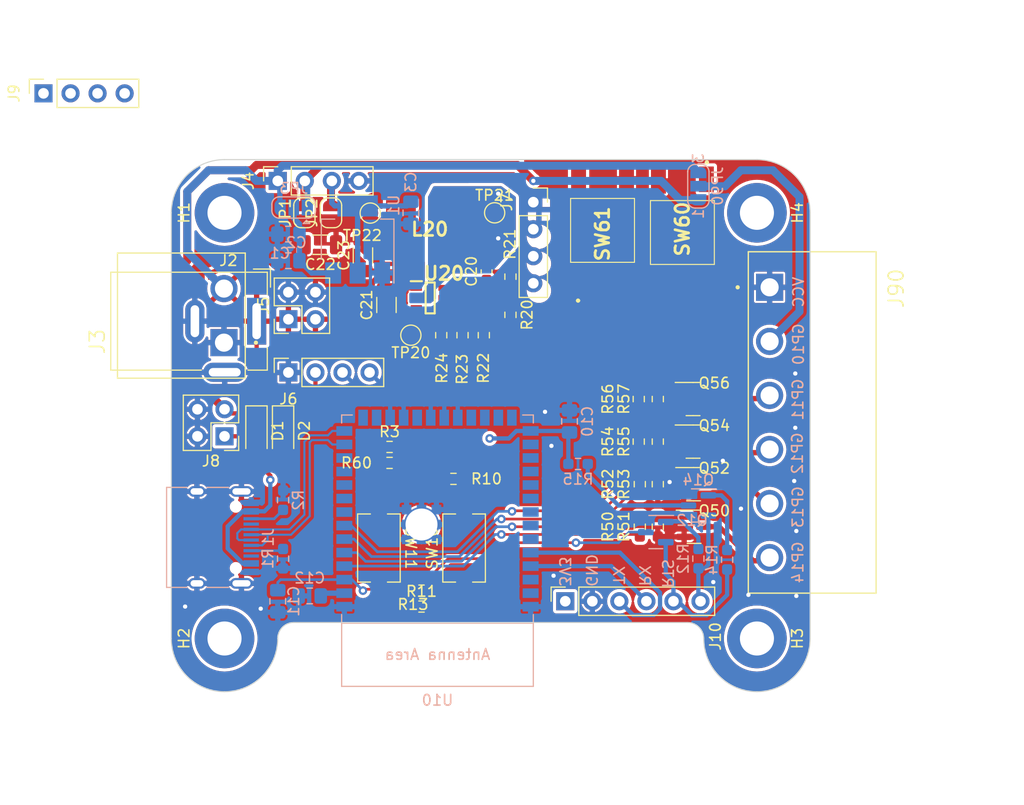
<source format=kicad_pcb>
(kicad_pcb (version 20221018) (generator pcbnew)
  (title_block (title "Starfish") (date "2023-01-30") (rev "A") (company "PaEber Electronics"))
  (layers (0 "F.Cu" signal) (31 "B.Cu" signal) (34 "B.Paste" user) (35 "F.Paste" user) (36 "B.SilkS" user "B.Silkscreen") (37 "F.SilkS" user "F.Silkscreen") (38 "B.Mask" user) (39 "F.Mask" user) (44 "Edge.Cuts" user))
  (net 0 "")
  (net 1 "GND")
  (net 2 "VBUS")
  (net 3 "Net-(U20-BST)")
  (net 4 "/USB_DP")
  (net 5 "Net-(J1-CC1)")
  (net 7 "Net-(J1-CC2)")
  (net 8 "/Power/SW_5V")
  (net 9 "+3V3")
  (net 10 "/CH1")
  (net 12 "/Power/V_REG")
  (net 13 "Net-(Q12-G)")
  (net 14 "Net-(Q12-D)")
  (net 15 "Net-(Q14-G)")
  (net 16 "Net-(Q14-D)")
  (net 17 "Net-(Q50-G)")
  (net 18 "Net-(Q52-G)")
  (net 19 "Net-(Q54-G)")
  (net 20 "Net-(Q56-G)")
  (net 21 "Net-(U20-EN)")
  (net 22 "/I2C_SCL")
  (net 23 "/I2C_SDA")
  (net 24 "/GPIO12")
  (net 25 "/GPIO13")
  (net 28 "+5V")
  (net 29 "/LED Driver/PWM1")
  (net 30 "/LED Driver/PWM2")
  (net 31 "/LED Driver/PWM3")
  (net 32 "/LED Driver/PWM4")
  (net 36 "/CH2")
  (net 37 "/CH3")
  (net 38 "/CH4")
  (net 39 "VCC")
  (net 41 "Net-(R22-Pad2)")
  (net 42 "/Power/FB_5V")
  (net 45 "/GPIO14")
  (net 47 "/GPIO0")
  (net 48 "/CHIP_PU")
  (net 49 "/TXD")
  (net 52 "/RXD")
  (net 53 "/RTS")
  (net 54 "/DTR")
  (net 61 "Net-(J90-Pin_2)")
  (net 63 "/VIN_LIN")
  (net 64 "/USB_DN")
  (net 65 "/BTN_2")
  (net 66 "/BTN_1")
  (footprint "paeber:13019319" (layer "F.Cu") (at 168 66 -90)
    (fp_text reference "SW60")
    (fp_text value "1301.9315" hide)
  )
  (footprint "Connector_PinHeader_2.54mm:PinHeader_2x02_P2.54mm_Vertical" (layer "F.Cu") (at 125 86 180)
    (fp_text reference "J8")
    (fp_text value "Conn_02x02_Odd_Even")
  )
  (footprint "Button_Switch_SMD:SW_Tactile_SPST_NO_Straight_CK_PTS636Sx25SMTRLFS" (layer "F.Cu") (at 147.5 96.5 90)
    (fp_text reference "SW10")
    (fp_text value "PTS636SK25")
  )
  (footprint "TestPoint:TestPoint_Pad_D1.5mm" (layer "F.Cu") (at 138.684 65.024)
    (fp_text reference "TP22")
    (fp_text value "TestPoint")
  )
  (footprint "Resistor_SMD:R_0603_1608Metric_Pad0.98x0.95mm_HandSolder" (layer "F.Cu") (at 165.689997 82.5 90)
    (fp_text reference "R57")
    (fp_text value "10k")
  )
  (footprint "Capacitor_SMD:C_0603_1608Metric_Pad1.08x0.95mm_HandSolder" (layer "F.Cu") (at 149.612 70.500001 90)
    (fp_text reference "C20")
    (fp_text value "100n")
  )
  (footprint "Capacitor_SMD:C_1206_3216Metric" (layer "F.Cu") (at 134 68 180)
    (fp_text reference "C22")
    (fp_text value "22u")
  )
  (footprint "MountingHole:MountingHole_3.2mm_M3_DIN965_Pad_TopBottom" (layer "F.Cu") (at 125 65 90)
    (fp_text reference "H1")
    (fp_text value "MountingHole")
  )
  (footprint "Resistor_SMD:R_0603_1608Metric_Pad0.98x0.95mm_HandSolder" (layer "F.Cu") (at 149.352 76.5 -90)
    (fp_text reference "R22")
    (fp_text value "27k")
  )
  (footprint "paeber:13019319" (layer "F.Cu") (at 160.5 67.5 90)
    (fp_text reference "SW61")
    (fp_text value "1301.9315" hide)
  )
  (footprint "MountingHole:MountingHole_3.2mm_M3_DIN965_Pad_TopBottom" (layer "F.Cu") (at 175 105 -90)
    (fp_text reference "H3")
    (fp_text value "MountingHole")
  )
  (footprint "Package_TO_SOT_SMD:SOT-23" (layer "F.Cu") (at 169.1 94.5)
    (fp_text reference "Q50")
    (fp_text value "PMV40UN2R")
  )
  (footprint "paeber:CUI_TBP01R1-508-06BE" (layer "F.Cu") (at 176.189997 72 -90)
    (fp_text reference "J90")
    (fp_text value "Screw_Terminal_01x06")
  )
  (footprint "Connector_PinHeader_2.54mm:PinHeader_2x02_P2.54mm_Vertical" (layer "F.Cu") (at 131 75 90)
    (fp_text reference "J5")
    (fp_text value "Conn_02x02_Odd_Even")
  )
  (footprint "Package_TO_SOT_SMD:SOT-23" (layer "F.Cu") (at 169 82.5)
    (fp_text reference "Q56")
    (fp_text value "PMV40UN2R")
  )
  (footprint "Resistor_SMD:R_0603_1608Metric_Pad0.98x0.95mm_HandSolder" (layer "F.Cu") (at 164 94.5 90)
    (fp_text reference "R50")
    (fp_text value "330")
  )
  (footprint "Resistor_SMD:R_0603_1608Metric_Pad0.98x0.95mm_HandSolder" (layer "F.Cu") (at 151.852 74.587501 90)
    (fp_text reference "R20")
    (fp_text value "100k")
  )
  (footprint "Diode_SMD:D_SOD-123" (layer "F.Cu") (at 130.5 85.5 -90)
    (fp_text reference "D2")
    (fp_text value "PMEG60T10ELRX")
  )
  (footprint "Resistor_SMD:R_0603_1608Metric_Pad0.98x0.95mm_HandSolder" (layer "F.Cu") (at 151.852 71.000001 90)
    (fp_text reference "R21")
    (fp_text value "27k")
  )
  (footprint "Package_TO_SOT_SMD:SOT-23" (layer "F.Cu") (at 169.05 90.5)
    (fp_text reference "Q52")
    (fp_text value "PMV40UN2R")
  )
  (footprint "Connector_PinSocket_2.54mm:PinSocket_1x04_P2.54mm_Vertical" (layer "F.Cu") (at 131 80 90)
    (fp_text reference "J6")
    (fp_text value "Conn_01x04")
  )
  (footprint "MountingHole:MountingHole_3.2mm_M3_DIN965_Pad_TopBottom" (layer "F.Cu") (at 175 65 -90)
    (fp_text reference "H4")
    (fp_text value "MountingHole")
  )
  (footprint "paeber:CUI_TBP01R1-508-02BE" (layer "F.Cu") (at 124.9495 77.2 90)
    (fp_text reference "J3")
    (fp_text value "Screw_Terminal_01x02")
  )
  (footprint "Resistor_SMD:R_0603_1608Metric_Pad0.98x0.95mm_HandSolder" (layer "F.Cu") (at 165.689997 94.5 90)
    (fp_text reference "R51")
    (fp_text value "10k")
  )
  (footprint "Resistor_SMD:R_0603_1608Metric_Pad0.98x0.95mm_HandSolder" (layer "F.Cu") (at 165.689997 90.5 90)
    (fp_text reference "R53")
    (fp_text value "10k")
  )
  (footprint "paeber:XAL6030182MEB-HandSolder" (layer "F.Cu") (at 144.272 66.548 180)
    (fp_text reference "L20")
    (fp_text value "3u3" hide)
  )
  (footprint "TestPoint:TestPoint_Pad_D1.5mm" (layer "F.Cu") (at 142.5 76.5 180)
    (fp_text reference "TP20")
    (fp_text value "TestPoint")
  )
  (footprint "Connector_PinSocket_2.54mm:PinSocket_1x04_P2.54mm_Vertical" (layer "F.Cu") (at 130 62 90)
    (fp_text reference "J4")
    (fp_text value "Conn_01x04")
  )
  (footprint "Resistor_SMD:R_0603_1608Metric_Pad0.98x0.95mm_HandSolder" (layer "F.Cu") (at 163.899997 82.5 90)
    (fp_text reference "R56")
    (fp_text value "330")
  )
  (footprint "Resistor_SMD:R_0603_1608Metric_Pad0.98x0.95mm_HandSolder" (layer "F.Cu") (at 147.352 76.5 -90)
    (fp_text reference "R23")
    (fp_text value "27k")
  )
  (footprint "Resistor_SMD:R_0603_1608Metric_Pad0.98x0.95mm_HandSolder" (layer "F.Cu") (at 140.5 87)
    (fp_text reference "R3")
    (fp_text value "10k")
  )
  (footprint "Resistor_SMD:R_0603_1608Metric_Pad0.98x0.95mm_HandSolder" (layer "F.Cu") (at 165.689997 86.5 90)
    (fp_text reference "R55")
    (fp_text value "10k")
  )
  (footprint "Capacitor_SMD:C_1206_3216Metric" (layer "F.Cu") (at 138 69 -90)
    (fp_text reference "C23")
    (fp_text value "22u")
  )
  (footprint "Connector_BarrelJack:BarrelJack_Wuerth_6941xx301002" (layer "F.Cu") (at 128.016 75.184 -90)
    (fp_text reference "J2")
    (fp_text value "Barrel_Jack_Switch")
  )
  (footprint "Connector_PinSocket_2.54mm:PinSocket_1x06_P2.54mm_Vertical" (layer "F.Cu") (at 156.999997 101.500001 90)
    (fp_text reference "J10")
    (fp_text value "UartBridge")
  )
  (footprint "Capacitor_SMD:C_1206_3216Metric" (layer "F.Cu") (at 140.208 73.66 90)
    (fp_text reference "C21")
    (fp_text value "10u")
  )
  (footprint "TestPoint:TestPoint_Pad_D1.5mm" (layer "F.Cu") (at 150.368 65.000001)
    (fp_text reference "TP21")
    (fp_text value "TestPoint")
  )
  (footprint "Resistor_SMD:R_0603_1608Metric_Pad0.98x0.95mm_HandSolder" (layer "F.Cu") (at 145.352 76.5 90)
    (fp_text reference "R24")
    (fp_text value "10k")
  )
  (footprint "Resistor_SMD:R_0603_1608Metric_Pad0.98x0.95mm_HandSolder" (layer "F.Cu") (at 143.5 100.5)
    (fp_text reference "R13")
    (fp_text value "0")
  )
  (footprint "Connector_PinSocket_2.54mm:PinSocket_1x04_P2.54mm_Vertical" (layer "F.Cu") (at 154 64)
    (fp_text reference "J7")
    (fp_text value "Conn_01x04")
  )
  (footprint "Jumper:SolderJumper-2_P1.3mm_Open_RoundedPad1.0x1.5mm" (layer "F.Cu") (at 135 65 90)
    (fp_text reference "JP2")
    (fp_text value "SolderJumper_2_Open")
  )
  (footprint "Resistor_SMD:R_0603_1608Metric_Pad0.98x0.95mm_HandSolder" (layer "F.Cu") (at 140.5 88.5)
    (fp_text reference "R60")
    (fp_text value "10k")
  )
  (footprint "MountingHole:MountingHole_3.2mm_M3_DIN965_Pad_TopBottom" (layer "F.Cu") (at 125 105 90)
    (fp_text reference "H2")
    (fp_text value "MountingHole")
  )
  (footprint "Connector_PinSocket_2.54mm:PinSocket_1x04_P2.54mm_Vertical" (layer "F.Cu") (at 108 53.775 90)
    (fp_text reference "J9")
    (fp_text value "Conn_01x04")
  )
  (footprint "Button_Switch_SMD:SW_Tactile_SPST_NO_Straight_CK_PTS636Sx25SMTRLFS" (layer "F.Cu") (at 139.5 96.5 -90)
    (fp_text reference "SW11")
    (fp_text value "PTS636SK25")
  )
  (footprint "Resistor_SMD:R_0603_1608Metric_Pad0.98x0.95mm_HandSolder" (layer "F.Cu") (at 164 90.5 90)
    (fp_text reference "R52")
    (fp_text value "330")
  )
  (footprint "paeber:TSOT-26" (layer "F.Cu") (at 144.312 73)
    (fp_text reference "U20")
    (fp_text value "AP62301WU-7" hide)
  )
  (footprint "Jumper:SolderJumper-2_P1.3mm_Open_RoundedPad1.0x1.5mm" (layer "F.Cu") (at 132.5 65 90)
    (fp_text reference "JP1")
    (fp_text value "SolderJumper_2_Open")
  )
  (footprint "Resistor_SMD:R_0603_1608Metric_Pad0.98x0.95mm_HandSolder" (layer "F.Cu") (at 146.5 90 180)
    (fp_text reference "R10")
    (fp_text value "10k")
  )
  (footprint "Package_TO_SOT_SMD:SOT-23" (layer "F.Cu") (at 169 86.5)
    (fp_text reference "Q54")
    (fp_text value "PMV40UN2R")
  )
  (footprint "Diode_SMD:D_SOD-123" (layer "F.Cu") (at 128 85.5 -90)
    (fp_text reference "D1")
    (fp_text value "PMEG60T10ELRX")
  )
  (footprint "Resistor_SMD:R_0603_1608Metric_Pad0.98x0.95mm_HandSolder" (layer "F.Cu") (at 163.899997 86.5 90)
    (fp_text reference "R54")
    (fp_text value "330")
  )
  (footprint "Resistor_SMD:R_0603_1608Metric_Pad0.98x0.95mm_HandSolder" (layer "F.Cu") (at 143.5 102)
    (fp_text reference "R11")
    (fp_text value "10k")
  )
  (footprint "Package_TO_SOT_SMD:SOT-223-3_TabPin2" (layer "B.Cu") (at 137.5 67.5 90)
    (fp_text reference "U1")
    (fp_text value "LM1117-3.3")
  )
  (footprint "Capacitor_SMD:C_0805_2012Metric_Pad1.18x1.45mm_HandSolder" (layer "B.Cu") (at 133 101 180)
    (fp_text reference "C12")
    (fp_text value "100n")
  )
  (footprint "Resistor_SMD:R_0603_1608Metric_Pad0.98x0.95mm_HandSolder" (layer "B.Cu") (at 130.5 97.5 -90)
    (fp_text reference "R1")
    (fp_text value "5k11")
  )
  (footprint "Jumper:SolderJumper-3_P1.3mm_Open_RoundedPad1.0x1.5mm" (layer "B.Cu") (at 131.5 64.5 180)
    (fp_text reference "JP3")
    (fp_text value "SolderJumper_3_Open")
  )
  (footprint "Connector_USB:USB_C_Receptacle_HRO_TYPE-C-31-M-12" (layer "B.Cu") (at 123.459997 95.500001 90)
    (fp_text reference "J1")
    (fp_text value "USB4105-GF-A-120")
  )
  (footprint "Capacitor_SMD:C_0805_2012Metric_Pad1.18x1.45mm_HandSolder" (layer "B.Cu") (at 131 69.5 180)
    (fp_text reference "C2")
    (fp_text value "10")
  )
  (footprint "Resistor_SMD:R_0603_1608Metric_Pad0.98x0.95mm_HandSolder" (layer "B.Cu") (at 172.199997 97.600001 -90)
    (fp_text reference "R14")
    (fp_text value "10k")
  )
  (footprint "Capacitor_SMD:C_0805_2012Metric_Pad1.18x1.45mm_HandSolder" (layer "B.Cu") (at 131 67 180)
    (fp_text reference "C1")
    (fp_text value "1u")
  )
  (footprint "Jumper:SolderJumper-3_P1.3mm_Open_RoundedPad1.0x1.5mm_NumberLabels" (layer "B.Cu") (at 169.5 62.5 90)
    (fp_text reference "JP90")
    (fp_text value "12V 5V")
  )
  (footprint "Package_TO_SOT_SMD:SOT-23" (layer "B.Cu") (at 169.499997 92.500001 180)
    (fp_text reference "Q14")
    (fp_text value "BSS138")
  )
  (footprint "Capacitor_SMD:C_0805_2012Metric_Pad1.18x1.45mm_HandSolder" (layer "B.Cu") (at 157.4 84.6 90)
    (fp_text reference "C10")
    (fp_text value "100n")
  )
  (footprint "Capacitor_SMD:C_0805_2012Metric_Pad1.18x1.45mm_HandSolder" (layer "B.Cu") (at 130 101.5 -90)
    (fp_text reference "C11")
    (fp_text value "100n")
  )
  (footprint "Resistor_SMD:R_0603_1608Metric_Pad0.98x0.95mm_HandSolder" (layer "B.Cu") (at 169.499997 97.500001 -90)
    (fp_text reference "R12")
    (fp_text value "10k")
  )
  (footprint "Resistor_SMD:R_0603_1608Metric_Pad0.98x0.95mm_HandSolder" (layer "B.Cu") (at 158.199997 88.6)
    (fp_text reference "R15")
    (fp_text value "0")
  )
  (footprint "Capacitor_SMD:C_0805_2012Metric_Pad1.18x1.45mm_HandSolder" (layer "B.Cu") (at 142.5 65 -90)
    (fp_text reference "C3")
    (fp_text value "1u")
  )
  (footprint "Espressif:ESP32-S3-WROOM-1" (layer "B.Cu") (at 144.999997 93.750001)
    (fp_text reference "U10")
    (fp_text value "ESP32-S3-WROOM-1")
  )
  (footprint "Resistor_SMD:R_0603_1608Metric_Pad0.98x0.95mm_HandSolder" (layer "B.Cu") (at 130.499997 92.000001 90)
    (fp_text reference "R2")
    (fp_text value "5k11")
  )
  (footprint "Package_TO_SOT_SMD:SOT-23" (layer "B.Cu") (at 165.5 95 180)
    (fp_text reference "Q12")
    (fp_text value "BSS138")
  )
  (gr_line (start 131.499997 103.500001) (end 168.499997 103.500001) (stroke (width 0.1)) (layer "Edge.Cuts"))
  (gr_line (start 119.999997 65.000001) (end 119.999997 105.000001) (stroke (width 0.1)) (layer "Edge.Cuts"))
  (gr_arc (start 129.999997 105.000001) (mid 128.535531 108.535535) (end 124.999997 110.000001) (stroke (width 0.1)) (layer "Edge.Cuts"))
  (gr_line (start 179.999997 105.000001) (end 179.999997 65.000001) (stroke (width 0.1)) (layer "Edge.Cuts"))
  (gr_arc (start 179.999997 105.000001) (mid 178.535531 108.535535) (end 174.999997 110.000001) (stroke (width 0.1)) (layer "Edge.Cuts"))
  (gr_line (start 174.999997 60.000001) (end 124.999997 60.000001) (stroke (width 0.1)) (layer "Edge.Cuts"))
  (gr_arc (start 119.999997 65.000001) (mid 121.464463 61.464467) (end 124.999997 60.000001) (stroke (width 0.1)) (layer "Edge.Cuts"))
  (gr_arc (start 168.499997 103.500001) (mid 169.560659 103.93934) (end 170 105.000001) (stroke (width 0.1)) (layer "Edge.Cuts"))
  (gr_arc (start 124.999997 110.000001) (mid 121.464463 108.535535) (end 119.999997 105.000001) (stroke (width 0.1)) (layer "Edge.Cuts"))
  (gr_arc (start 175 110.000001) (mid 171.464466 108.535535) (end 170 105.000001) (stroke (width 0.1)) (layer "Edge.Cuts"))
  (gr_arc (start 129.999997 105.000001) (mid 130.439337 103.939341) (end 131.499997 103.500001) (stroke (width 0.1)) (layer "Edge.Cuts"))
  (gr_arc (start 174.999997 60.000001) (mid 178.535531 61.464467) (end 179.999997 65.000001) (stroke (width 0.1)) (layer "Edge.Cuts"))
  (gr_text "RTS" (at 166.6 98.9 270) (layer "B.SilkS") (effects (font (size 1 1)) (justify mirror)))
  (gr_text "VCC" (at 178.9 72.45 90) (layer "B.SilkS") (effects (font (size 1 1)) (justify mirror)))
  (gr_text "GP14" (at 178.85 97.85 90) (layer "B.SilkS") (effects (font (size 1 1)) (justify mirror)))
  (gr_text "3V3" (at 156.95 98.7 270) (layer "B.SilkS") (effects (font (size 1 1)) (justify mirror)))
  (gr_text "GP12" (at 178.8 87.6 90) (layer "B.SilkS") (effects (font (size 1 1)) (justify mirror)))
  (gr_text "TX" (at 162 99.05 270) (layer "B.SilkS") (effects (font (size 1 1)) (justify mirror)))
  (gr_text "GP10" (at 178.9 77.35 90) (layer "B.SilkS") (effects (font (size 1 1)) (justify mirror)))
  (gr_text "GP13" (at 178.85 92.65 90) (layer "B.SilkS") (effects (font (size 1 1)) (justify mirror)))
  (gr_text "GND" (at 159.45 98.6 270) (layer "B.SilkS") (effects (font (size 1 1)) (justify mirror)))
  (gr_text "GP11" (at 178.85 82.55 90) (layer "B.SilkS") (effects (font (size 1 1)) (justify mirror)))
  (gr_text "RX" (at 164.45 99.1 270) (layer "B.SilkS") (effects (font (size 1 1)) (justify mirror)))
  (segment (start 168.025 87.4125) (end 168.0625 87.45) (width 0.4) (layer "F.Cu") (net 1))
  (segment (start 166.819997 90.320001) (end 166.799997 90.300001) (width 0.4) (layer "F.Cu") (net 1))
  (segment (start 165.727497 91.220001) (end 165.689997 91.182501) (width 0.4) (layer "F.Cu") (net 1))
  (segment (start 168.0625 83.45) (end 168.025 83.4125) (width 0.4) (layer "F.Cu") (net 1))
  (segment (start 165.689997 95.4125) (end 165.929998 95.652501) (width 0.4) (layer "F.Cu") (net 1))
  (via (at 178.7 94.9) (size 0.8) (drill 0.4) (layers "F.Cu" "B.Cu") (net 1))
  (via (at 155.9 99.1) (size 0.8) (drill 0.4) (layers "F.Cu" "B.Cu") (net 1))
  (via (at 178.6 85.2) (size 0.8) (drill 0.4) (layers "F.Cu" "B.Cu") (net 1))
  (via (at 166.799997 90.300001) (size 0.8) (drill 0.4) (layers "F.Cu" "B.Cu") (net 1))
  (via (at 171.8 88.3) (size 0.8) (drill 0.4) (layers "F.Cu" "B.Cu") (net 1))
  (via (at 178.5 90.2) (size 0.8) (drill 0.4) (layers "F.Cu" "B.Cu") (net 1))
  (via (at 128.4 102.2) (size 0.8) (drill 0.4) (layers "F.Cu" "B.Cu") (net 1))
  (via (at 178.6 80.1) (size 0.8) (drill 0.4) (layers "F.Cu" "B.Cu") (net 1))
  (via (at 155.7 86.9) (size 0.8) (drill 0.4) (layers "F.Cu" "B.Cu") (net 1))
  (via (at 173.5 92.8) (size 0.8) (drill 0.4) (layers "F.Cu" "B.Cu") (net 1))
  (via (at 121.3 102) (size 0.8) (drill 0.4) (layers "F.Cu" "B.Cu") (net 1))
  (via (at 155.1 83.7) (size 0.8) (drill 0.4) (layers "F.Cu" "B.Cu") (net 1))
  (via (at 178.7 101) (size 0.8) (drill 0.4) (layers "F.Cu" "B.Cu") (net 1))
  (via (at 174.2 100.9) (size 0.8) (drill 0.4) (layers "F.Cu" "B.Cu") (net 1))
  (via (at 170.9 99.7) (size 0.8) (drill 0.4) (layers "F.Cu" "B.Cu") (net 1))
  (segment (start 142.099997 94.290001) (end 143.499997 94.290001) (width 0.4) (layer "B.Cu") (net 1))
  (segment (start 128.399997 91.200001) (end 126.609997 91.200001) (width 0.4) (layer "B.Cu") (net 1))
  (segment (start 128.299997 92.200001) (end 128.599997 91.900001) (width 0.4) (layer "B.Cu") (net 1))
  (segment (start 127.554997 92.200001) (end 128.299997 92.200001) (width 0.4) (layer "B.Cu") (net 1))
  (segment (start 127.504997 92.250001) (end 127.554997 92.200001) (width 0.4) (layer "B.Cu") (net 1))
  (segment (start 126.609997 91.200001) (end 126.589997 91.180001) (width 0.4) (layer "B.Cu") (net 1))
  (segment (start 143.499997 94.290001) (end 144.899997 94.290001) (width 0.4) (layer "B.Cu") (net 1))
  (segment (start 128.599997 91.900001) (end 128.599997 91.400001) (width 0.4) (layer "B.Cu") (net 1))
  (segment (start 143.499997 94.290001) (end 143.499997 95.690001) (width 0.4) (layer "B.Cu") (net 1))
  (segment (start 143.499997 92.890001) (end 143.499997 94.290001) (width 0.4) (layer "B.Cu") (net 1))
  (segment (start 128.599997 91.400001) (end 128.399997 91.200001) (width 0.4) (layer "B.Cu") (net 1))
  (segment (start 129.299997 89.700003) (end 128 88.400006) (width 0.4) (layer "F.Cu") (net 2))
  (segment (start 128 88.400006) (end 128 87.15) (width 0.4) (layer "F.Cu") (net 2))
  (segment (start 129.299997 90.100001) (end 129.299997 89.700003) (width 0.4) (layer "F.Cu") (net 2))
  (segment (start 128 87.15) (end 130.5 87.15) (width 0.4) (layer "F.Cu") (net 2))
  (via (at 129.299997 90.100001) (size 0.8) (drill 0.4) (layers "F.Cu" "B.Cu") (net 2))
  (segment (start 127.504997 93.050001) (end 126.715336 93.050001) (width 0.4) (layer "B.Cu") (net 2))
  (segment (start 129.099997 92.700001) (end 129.299997 92.500001) (width 0.4) (layer "B.Cu") (net 2))
  (segment (start 125.299997 94.46534) (end 125.299997 96.534662) (width 0.4) (layer "B.Cu") (net 2))
  (segment (start 128.749997 93.050001) (end 129.099997 92.700001) (width 0.4) (layer "B.Cu") (net 2))
  (segment (start 129.299997 92.500001) (end 129.299997 90.100001) (width 0.4) (layer "B.Cu") (net 2))
  (segment (start 126.715336 93.050001) (end 125.299997 94.46534) (width 0.4) (layer "B.Cu") (net 2))
  (segment (start 126.715336 97.950001) (end 127.504997 97.950001) (width 0.4) (layer "B.Cu") (net 2))
  (segment (start 127.504997 93.050001) (end 128.749997 93.050001) (width 0.4) (layer "B.Cu") (net 2))
  (segment (start 125.299997 96.534662) (end 126.715336 97.950001) (width 0.4) (layer "B.Cu") (net 2))
  (segment (start 148.2495 71.362501) (end 147.302 72.310001) (width 0.4) (layer "F.Cu") (net 3))
  (segment (start 149.612 71.362501) (end 148.2495 71.362501) (width 0.4) (layer "F.Cu") (net 3))
  (segment (start 147.302 72.310001) (end 145.6195 72.310001) (width 0.4) (layer "F.Cu") (net 3))
  (segment (start 134.714996 85.910001) (end 133.089999 85.910001) (width 0.2) (layer "B.Cu") (net 4))
  (segment (start 127.504997 95.750001) (end 126.349997 95.750001) (width 0.2) (layer "B.Cu") (net 4))
  (segment (start 126.199997 95.600001) (end 126.199997 95.100001) (width 0.2) (layer "B.Cu") (net 4))
  (segment (start 136.249997 85.500001) (end 135.124996 85.500001) (width 0.2) (layer "B.Cu") (net 4))
  (segment (start 131.114279 94.750001) (end 132.499997 93.364283) (width 0.2) (layer "B.Cu") (net 4))
  (segment (start 126.349997 95.750001) (end 126.199997 95.600001) (width 0.2) (layer "B.Cu") (net 4))
  (segment (start 135.124996 85.500001) (end 134.714996 85.910001) (width 0.2) (layer "B.Cu") (net 4))
  (segment (start 133.089999 85.910001) (end 132.499997 86.500003) (width 0.2) (layer "B.Cu") (net 4))
  (segment (start 127.504997 94.750001) (end 131.114279 94.750001) (width 0.2) (layer "B.Cu") (net 4))
  (segment (start 126.549997 94.750001) (end 127.504997 94.750001) (width 0.2) (layer "B.Cu") (net 4))
  (segment (start 132.499997 86.500003) (end 132.499997 93.364283) (width 0.2) (layer "B.Cu") (net 4))
  (segment (start 126.199997 95.100001) (end 126.549997 94.750001) (width 0.2) (layer "B.Cu") (net 4))
  (segment (start 127.504997 96.750001) (end 130.337499 96.750001) (width 0.25) (layer "B.Cu") (net 5))
  (segment (start 130.337499 96.750001) (end 130.5 96.5875) (width 0.25) (layer "B.Cu") (net 5))
  (segment (start 129.662497 93.750001) (end 130.499997 92.912501) (width 0.25) (layer "B.Cu") (net 7))
  (segment (start 127.504997 93.750001) (end 129.662497 93.750001) (width 0.25) (layer "B.Cu") (net 7))
  (via (at 150.7 67.4) (size 0.8) (drill 0.4) (layers "F.Cu" "B.Cu") (net 8))
  (via (at 150.7 63.2) (size 0.8) (drill 0.4) (layers "F.Cu" "B.Cu") (net 8))
  (segment (start 133.54 82.96) (end 133.54 80) (width 0.4) (layer "F.Cu") (net 9))
  (segment (start 130.5 86) (end 133.54 82.96) (width 0.4) (layer "F.Cu") (net 9))
  (segment (start 135 62.08) (end 135.08 62) (width 0.75) (layer "F.Cu") (net 9))
  (segment (start 135 64.35) (end 135 62.08) (width 0.75) (layer "F.Cu") (net 9))
  (segment (start 125 86) (end 130.5 86) (width 0.4) (layer "F.Cu") (net 9))
  (segment (start 136.249997 100.740001) (end 134.297499 100.740001) (width 0.5) (layer "B.Cu") (net 9))
  (segment (start 135.35 64.35) (end 135.08 64.08) (width 0.5) (layer "B.Cu") (net 9))
  (segment (start 135.08 64.08) (end 135.08 62) (width 0.5) (layer "B.Cu") (net 9))
  (segment (start 137.5 64.35) (end 142.1125 64.35) (width 0.5) (layer "B.Cu") (net 9))
  (segment (start 137.5 70.65) (end 137.5 64.35) (width 0.5) (layer "B.Cu") (net 9))
  (segment (start 134.297499 100.740001) (end 134.0375 101) (width 0.5) (layer "B.Cu") (net 9))
  (segment (start 137.5 64.35) (end 135.35 64.35) (width 0.5) (layer "B.Cu") (net 9))
  (segment (start 142.1125 64.35) (end 142.5 63.9625) (width 0.5) (layer "B.Cu") (net 9))
  (segment (start 151.0005 95.225) (end 163.8125 95.225) (width 0.25) (layer "F.Cu") (net 10))
  (segment (start 151 95.2245) (end 151.0005 95.225) (width 0.25) (layer "F.Cu") (net 10))
  (segment (start 163.8125 95.225) (end 164 95.4125) (width 0.25) (layer "F.Cu") (net 10))
  (via (at 151 95.2245) (size 0.8) (drill 0.4) (layers "F.Cu" "B.Cu") (net 10))
  (segment (start 151 95.2245) (end 150.411896 95.2245) (width 0.25) (layer "B.Cu") (net 10))
  (segment (start 150.411896 95.2245) (end 147.436395 98.200001) (width 0.25) (layer "B.Cu") (net 10))
  (segment (start 147.436395 98.200001) (end 136.249997 98.200001) (width 0.25) (layer "B.Cu") (net 10))
  (segment (start 168 94) (end 166.4875 94) (width 0.4) (layer "B.Cu") (net 13))
  (segment (start 169.499997 96.587501) (end 169.499997 95.499997) (width 0.4) (layer "B.Cu") (net 13))
  (segment (start 166.4875 94) (end 166.4375 94.05) (width 0.4) (layer "B.Cu") (net 13))
  (segment (start 169.499997 95.499997) (end 168 94) (width 0.4) (layer "B.Cu") (net 13))
  (segment (start 144.4125 100.5) (end 144.4125 99.0875) (width 0.25) (layer "F.Cu") (net 14))
  (segment (start 150 97.5) (end 151.5 96) (width 0.25) (layer "F.Cu") (net 14))
  (segment (start 146 97.5) (end 150 97.5) (width 0.25) (layer "F.Cu") (net 14))
  (segment (start 151.5 96) (end 158 96) (width 0.25) (layer "F.Cu") (net 14))
  (segment (start 144.4125 99.0875) (end 146 97.5) (width 0.25) (layer "F.Cu") (net 14))
  (via (at 158 96) (size 0.8) (drill 0.4) (layers "F.Cu" "B.Cu") (net 14))
  (segment (start 162 96) (end 163 95) (width 0.25) (layer "B.Cu") (net 14))
  (segment (start 158 96) (end 162 96) (width 0.25) (layer "B.Cu") (net 14))
  (segment (start 163 95) (end 164.5625 95) (width 0.25) (layer "B.Cu") (net 14))
  (segment (start 172.199997 92.100001) (end 171.649997 91.550001) (width 0.4) (layer "B.Cu") (net 15))
  (segment (start 171.649997 91.550001) (end 170.437497 91.550001) (width 0.4) (layer "B.Cu") (net 15))
  (segment (start 172.199997 96.687501) (end 172.199997 92.100001) (width 0.4) (layer "B.Cu") (net 15))
  (segment (start 159.112497 88.6) (end 159.112497 89.612501) (width 0.4) (layer "B.Cu") (net 16))
  (segment (start 161.999997 92.500001) (end 168.562497 92.500001) (width 0.4) (layer "B.Cu") (net 16))
  (segment (start 159.112497 89.612501) (end 161.999997 92.500001) (width 0.4) (layer "B.Cu") (net 16))
  (segment (start 165.689997 93.5875) (end 164 93.5875) (width 0.4) (layer "F.Cu") (net 17))
  (segment (start 168.1625 93.55) (end 168.125 93.5875) (width 0.4) (layer "F.Cu") (net 17))
  (segment (start 168.125 93.5875) (end 165.689997 93.5875) (width 0.4) (layer "F.Cu") (net 17))
  (segment (start 165.647497 89.400001) (end 165.689997 89.357501) (width 0.4) (layer "F.Cu") (net 18))
  (segment (start 165.727497 85.55) (end 165.689997 85.5875) (width 0.4) (layer "F.Cu") (net 19))
  (segment (start 165.689997 85.5875) (end 163.899997 85.5875) (width 0.4) (layer "F.Cu") (net 19))
  (segment (start 168.0625 85.55) (end 165.727497 85.55) (width 0.4) (layer "F.Cu") (net 19))
  (segment (start 165.689997 81.5875) (end 168.025 81.5875) (width 0.4) (layer "F.Cu") (net 20))
  (segment (start 163.899997 81.5875) (end 165.689997 81.5875) (width 0.4) (layer "F.Cu") (net 20))
  (segment (start 168.025 81.5875) (end 168.0625 81.55) (width 0.4) (layer "F.Cu") (net 20))
  (segment (start 145.6195 73.260001) (end 149.872 73.260001) (width 0.4) (layer "F.Cu") (net 21))
  (segment (start 149.872 73.260001) (end 150.287 73.675001) (width 0.4) (layer "F.Cu") (net 21))
  (segment (start 151.852 73.675001) (end 151.852 71.912501) (width 0.4) (layer "F.Cu") (net 21))
  (segment (start 150.287 73.675001) (end 151.852 73.675001) (width 0.4) (layer "F.Cu") (net 21))
  (segment (start 140.554997 84.250001) (end 140.554997 83.054997) (width 0.4) (layer "B.Cu") (net 22))
  (segment (start 139.5 82) (end 138.08 82) (width 0.4) (layer "B.Cu") (net 22))
  (segment (start 138.08 82) (end 136.08 80) (width 0.4) (layer "B.Cu") (net 22))
  (segment (start 140.554997 83.054997) (end 139.5 82) (width 0.4) (layer "B.Cu") (net 22))
  (segment (start 141.824997 84.250001) (end 141.824997 83.204997) (width 0.4) (layer "B.Cu") (net 23))
  (segment (start 141.824997 83.204997) (end 138.62 80) (width 0.4) (layer "B.Cu") (net 23))
  (segment (start 144.364997 83.135003) (end 151 76.5) (width 0.4) (layer "B.Cu") (net 24))
  (segment (start 151 76.5) (end 151 70.765) (width 0.4) (layer "B.Cu") (net 24))
  (segment (start 144.364997 84.250001) (end 144.364997 83.135003) (width 0.4) (layer "B.Cu") (net 24))
  (segment (start 145.634997 83.100001) (end 152 76.734998) (width 0.4) (layer "B.Cu") (net 25))
  (segment (start 152 76.734998) (end 152 72.305) (width 0.4) (layer "B.Cu") (net 25))
  (segment (start 145.634997 84.250001) (end 145.634997 83.100001) (width 0.4) (layer "B.Cu") (net 25))
  (segment (start 128 83.85) (end 125.39 83.85) (width 0.4) (layer "F.Cu") (net 28))
  (segment (start 120.741 70.259) (end 120.741 79.241) (width 0.75) (layer "F.Cu") (net 28))
  (segment (start 121.5 63) (end 121.5 69.5) (width 0.75) (layer "F.Cu") (net 28))
  (segment (start 152.5 60.5) (end 134.04 60.5) (width 0.75) (layer "F.Cu") (net 28))
  (segment (start 123.5 61) (end 121.5 63) (width 0.75) (layer "F.Cu") (net 28))
  (segment (start 128 60.5) (end 127.5 61) (width 0.75) (layer "F.Cu") (net 28))
  (segment (start 123.54 82) (end 125 83.46) (width 0.75) (layer "F.Cu") (net 28))
  (segment (start 123.5 82) (end 123.54 82) (width 0.75) (layer "F.Cu") (net 28))
  (segment (start 132.5 62.04) (end 132.54 62) (width 0.75) (layer "F.Cu") (net 28))
  (segment (start 121.5 69.5) (end 120.741 70.259) (width 0.75) (layer "F.Cu") (net 28))
  (segment (start 134.04 60.5) (end 132.54 62) (width 0.75) (layer "F.Cu") (net 28))
  (segment (start 134.04 60.5) (end 128 60.5) (width 0.75) (layer "F.Cu") (net 28))
  (segment (start 132.5 64.35) (end 132.5 62.04) (width 0.75) (layer "F.Cu") (net 28))
  (segment (start 127.5 61) (end 123.5 61) (width 0.75) (layer "F.Cu") (net 28))
  (segment (start 154 62) (end 152.5 60.5) (width 0.75) (layer "F.Cu") (net 28))
  (segment (start 125.39 83.85) (end 125 83.46) (width 0.4) (layer "F.Cu") (net 28))
  (segment (start 120.741 79.241) (end 123.5 82) (width 0.75) (layer "F.Cu") (net 28))
  (via (at 154 62) (size 0.8) (drill 0.4) (layers "F.Cu" "B.Cu") (net 28))
  (segment (start 166 62) (end 167.8 63.8) (width 0.75) (layer "B.Cu") (net 28))
  (segment (start 132.8 62.26) (end 132.54 62) (width 0.5) (layer "B.Cu") (net 28))
  (segment (start 167.8 63.8) (end 169.5 63.8) (width 0.75) (layer "B.Cu") (net 28))
  (segment (start 154 62) (end 166 62) (width 0.75) (layer "B.Cu") (net 28))
  (segment (start 132.8 64.5) (end 132.8 62.26) (width 0.5) (layer "B.Cu") (net 28))
  (segment (start 171.448746 94.5) (end 170.0375 94.5) (width 0.5) (layer "F.Cu") (net 29))
  (segment (start 176.189997 97.700001) (end 174.648747 97.700001) (width 0.5) (layer "F.Cu") (net 29))
  (segment (start 174.648747 97.700001) (end 171.448746 94.5) (width 0.5) (layer "F.Cu") (net 29))
  (segment (start 169.9875 90.5) (end 174.069996 90.5) (width 0.5) (layer "F.Cu") (net 30))
  (segment (start 174.069996 90.5) (end 176.189997 92.620001) (width 0.5) (layer "F.Cu") (net 30))
  (segment (start 173.739997 87.540001) (end 172.699996 86.5) (width 0.5) (layer "F.Cu") (net 31))
  (segment (start 176.189997 87.540001) (end 173.739997 87.540001) (width 0.5) (layer "F.Cu") (net 31))
  (segment (start 172.699996 86.5) (end 169.9375 86.5) (width 0.5) (layer "F.Cu") (net 31))
  (segment (start 169.9375 82.5) (end 173.619998 82.5) (width 0.5) (layer "F.Cu") (net 32))
  (segment (start 173.619998 82.5) (end 173.659997 82.460001) (width 0.5) (layer "F.Cu") (net 32))
  (segment (start 173.659997 82.460001) (end 176.189997 82.460001) (width 0.5) (layer "F.Cu") (net 32))
  (segment (start 152 94.5) (end 159.95625 94.5) (width 0.25) (layer "F.Cu") (net 36))
  (segment (start 163.04375 91.4125) (end 164 91.4125) (width 0.25) (layer "F.Cu") (net 36))
  (segment (start 159.95625 94.5) (end 163.04375 91.4125) (width 0.25) (layer "F.Cu") (net 36))
  (via (at 152 94.5) (size 0.8) (drill 0.4) (layers "F.Cu" "B.Cu") (net 36))
  (segment (start 150.5 94.5) (end 147.249999 97.750001) (width 0.25) (layer "B.Cu") (net 36))
  (segment (start 137.430001 96.930001) (end 136.249997 96.930001) (width 0.25) (layer "B.Cu") (net 36))
  (segment (start 152 94.5) (end 150.5 94.5) (width 0.25) (layer "B.Cu") (net 36))
  (segment (start 138.250001 97.750001) (end 137.430001 96.930001) (width 0.25) (layer "B.Cu") (net 36))
  (segment (start 147.249999 97.750001) (end 138.250001 97.750001) (width 0.25) (layer "B.Cu") (net 36))
  (segment (start 159.725 93.775) (end 163 90.5) (width 0.25) (layer "F.Cu") (net 37))
  (segment (start 151 93.7755) (end 151.0005 93.775) (width 0.25) (layer "F.Cu") (net 37))
  (segment (start 151.0005 93.775) (end 159.725 93.775) (width 0.25) (layer "F.Cu") (net 37))
  (segment (start 163 88.312497) (end 163.899997 87.4125) (width 0.25) (layer "F.Cu") (net 37))
  (segment (start 163 90.5) (end 163 88.312497) (width 0.25) (layer "F.Cu") (net 37))
  (via (at 151 93.7755) (size 0.8) (drill 0.4) (layers "F.Cu" "B.Cu") (net 37))
  (segment (start 138.800001 97.300001) (end 137.160001 95.660001) (width 0.25) (layer "B.Cu") (net 37))
  (segment (start 151 93.7755) (end 150.588104 93.7755) (width 0.25) (layer "B.Cu") (net 37))
  (segment (start 137.160001 95.660001) (end 136.249997 95.660001) (width 0.25) (layer "B.Cu") (net 37))
  (segment (start 147.063603 97.300001) (end 138.800001 97.300001) (width 0.25) (layer "B.Cu") (net 37))
  (segment (start 150.588104 93.7755) (end 147.063603 97.300001) (width 0.25) (layer "B.Cu") (net 37))
  (segment (start 162.5 83.906248) (end 162.993748 83.4125) (width 0.25) (layer "F.Cu") (net 38))
  (segment (start 163.899997 83.199997) (end 163.899997 83.4125) (width 0.4) (layer "F.Cu") (net 38))
  (segment (start 152.0505 93) (end 159.5 93) (width 0.25) (layer "F.Cu") (net 38))
  (segment (start 162.993748 83.4125) (end 163.899997 83.4125) (width 0.25) (layer "F.Cu") (net 38))
  (segment (start 162.5 90) (end 162.5 83.906248) (width 0.25) (layer "F.Cu") (net 38))
  (segment (start 159.5 93) (end 162.5 90) (width 0.25) (layer "F.Cu") (net 38))
  (segment (start 152 93.0505) (end 152.0505 93) (width 0.25) (layer "F.Cu") (net 38))
  (via (at 152 93.0505) (size 0.8) (drill 0.4) (layers "F.Cu" "B.Cu") (net 38))
  (segment (start 146.877207 96.850001) (end 139.350001 96.850001) (width 0.25) (layer "B.Cu") (net 38))
  (segment (start 152 93.0505) (end 150.676708 93.0505) (width 0.25) (layer "B.Cu") (net 38))
  (segment (start 136.890001 94.390001) (end 136.249997 94.390001) (width 0.25) (layer "B.Cu") (net 38))
  (segment (start 139.350001 96.850001) (end 136.890001 94.390001) (width 0.25) (layer "B.Cu") (net 38))
  (segment (start 150.676708 93.0505) (end 146.877207 96.850001) (width 0.25) (layer "B.Cu") (net 38))
  (segment (start 130.5 83) (end 128.5 81) (width 0.4) (layer "F.Cu") (net 39))
  (segment (start 128.016 78.516) (end 128.016 75.184) (width 0.4) (layer "F.Cu") (net 39))
  (segment (start 128.5 81) (end 128.5 79) (width 0.4) (layer "F.Cu") (net 39))
  (segment (start 151.852 75.500001) (end 150.852001 76.5) (width 0.4) (layer "F.Cu") (net 39))
  (segment (start 128.5 79) (end 128.016 78.516) (width 0.4) (layer "F.Cu") (net 39))
  (segment (start 130.5 83.85) (end 130.5 83) (width 0.4) (layer "F.Cu") (net 39))
  (segment (start 150.852001 76.5) (end 144 76.5) (width 0.4) (layer "F.Cu") (net 39))
  (segment (start 124.9495 72.12) (end 121.5 68.6705) (width 0.75) (layer "B.Cu") (net 39))
  (segment (start 123.5 61) (end 127 61) (width 0.75) (layer "B.Cu") (net 39))
  (segment (start 168.875 60.575) (end 130.425 60.575) (width 0.75) (layer "B.Cu") (net 39))
  (segment (start 127 61) (end 128 62) (width 0.75) (layer "B.Cu") (net 39))
  (segment (start 130.2 64.5) (end 130.2 62.2) (width 0.5) (layer "B.Cu") (net 39))
  (segment (start 169.5 61.2) (end 168.875 60.575) (width 0.75) (layer "B.Cu") (net 39))
  (segment (start 130.2 62.2) (end 130 62) (width 0.5) (layer "B.Cu") (net 39))
  (segment (start 130 61) (end 130 62) (width 0.75) (layer "B.Cu") (net 39))
  (segment (start 121.5 68.6705) (end 121.5 63) (width 0.75) (layer "B.Cu") (net 39))
  (segment (start 121.5 63) (end 123.5 61) (width 0.75) (layer "B.Cu") (net 39))
  (segment (start 128 62) (end 130 62) (width 0.75) (layer "B.Cu") (net 39))
  (segment (start 130.425 60.575) (end 130 61) (width 0.75) (layer "B.Cu") (net 39))
  (segment (start 147.352 77.4125) (end 149.352 77.4125) (width 0.5) (layer "F.Cu") (net 41))
  (segment (start 146.904997 83.100001) (end 153 77.004998) (width 0.4) (layer "B.Cu") (net 45))
  (segment (start 153 77.004998) (end 153 73.845) (width 0.4) (layer "B.Cu") (net 45))
  (segment (start 146.904997 84.250001) (end 146.904997 83.100001) (width 0.4) (layer "B.Cu") (net 45))
  (via (at 149.9 86.2) (size 0.8) (drill 0.4) (layers "F.Cu" "B.Cu") (net 47))
  (segment (start 149.9 86.2) (end 151.7 86.2) (width 0.4) (layer "B.Cu") (net 47))
  (segment (start 157.199997 88.6875) (end 157.287497 88.6) (width 0.4) (layer "B.Cu") (net 47))
  (segment (start 153.749997 85.500001) (end 157.262501 85.500001) (width 0.4) (layer "B.Cu") (net 47))
  (segment (start 151.7 86.2) (end 152.399999 85.500001) (width 0.4) (layer "B.Cu") (net 47))
  (segment (start 152.399999 85.500001) (end 153.749997 85.500001) (width 0.4) (layer "B.Cu") (net 47))
  (segment (start 157.262501 85.500001) (end 157.4 85.6375) (width 0.4) (layer "B.Cu") (net 47))
  (segment (start 157.287497 88.6) (end 157.287497 85.750003) (width 0.4) (layer "B.Cu") (net 47))
  (segment (start 139.5 100.375) (end 138.125 100.375) (width 0.25) (layer "F.Cu") (net 48))
  (segment (start 142.4625 100.375) (end 139.5 100.375) (width 0.25) (layer "F.Cu") (net 48))
  (segment (start 138.125 100.375) (end 138 100.5) (width 0.25) (layer "F.Cu") (net 48))
  (segment (start 142.5875 102) (end 142.5875 100.5) (width 0.25) (layer "F.Cu") (net 48))
  (segment (start 142.5875 100.5) (end 142.4625 100.375) (width 0.25) (layer "F.Cu") (net 48))
  (via (at 138 100.5) (size 0.8) (drill 0.4) (layers "F.Cu" "B.Cu") (net 48))
  (segment (start 130.261249 99.470001) (end 130 99.73125) (width 0.25) (layer "B.Cu") (net 48))
  (segment (start 130 99.73125) (end 130 100.4625) (width 0.25) (layer "B.Cu") (net 48))
  (segment (start 138 100.5) (end 136.970001 99.470001) (width 0.25) (layer "B.Cu") (net 48))
  (segment (start 136.249997 99.470001) (end 130.261249 99.470001) (width 0.25) (layer "B.Cu") (net 48))
  (segment (start 136.970001 99.470001) (end 136.249997 99.470001) (width 0.25) (layer "B.Cu") (net 48))
  (segment (start 165.899997 100.700001) (end 162.129997 96.930001) (width 0.4) (layer "B.Cu") (net 49))
  (segment (start 162.079997 101.500001) (end 163.379997 102.800001) (width 0.4) (layer "B.Cu") (net 49))
  (segment (start 165.899997 102.200001) (end 165.899997 100.700001) (width 0.4) (layer "B.Cu") (net 49))
  (segment (start 162.129997 96.930001) (end 153.749997 96.930001) (width 0.4) (layer "B.Cu") (net 49))
  (segment (start 165.299997 102.800001) (end 165.899997 102.200001) (width 0.4) (layer "B.Cu") (net 49))
  (segment (start 163.379997 102.800001) (end 165.299997 102.800001) (width 0.4) (layer "B.Cu") (net 49))
  (segment (start 161.319997 98.200001) (end 164.619997 101.500001) (width 0.4) (layer "B.Cu") (net 52))
  (segment (start 153.749997 98.200001) (end 161.319997 98.200001) (width 0.4) (layer "B.Cu") (net 52))
  (segment (start 170.287497 102.812501) (end 172.199997 100.900001) (width 0.4) (layer "B.Cu") (net 53))
  (segment (start 168.899997 102.812501) (end 170.287497 102.812501) (width 0.4) (layer "B.Cu") (net 53))
  (segment (start 167.587497 101.500001) (end 168.899997 102.812501) (width 0.4) (layer "B.Cu") (net 53))
  (segment (start 167.159997 101.500001) (end 167.587497 101.500001) (width 0.4) (layer "B.Cu") (net 53))
  (segment (start 166.4375 98.9375) (end 166.4375 95.95) (width 0.4) (layer "B.Cu") (net 53))
  (segment (start 167.159997 99.659997) (end 166.4375 98.9375) (width 0.4) (layer "B.Cu") (net 53))
  (segment (start 172.199997 100.900001) (end 172.199997 98.512501) (width 0.4) (layer "B.Cu") (net 53))
  (segment (start 167.159997 101.500001) (end 167.159997 99.659997) (width 0.4) (layer "B.Cu") (net 53))
  (segment (start 169.499997 98.412501) (end 170.087499 98.412501) (width 0.4) (layer "B.Cu") (net 54))
  (segment (start 169.499997 98.412501) (end 169.499997 101.300001) (width 0.4) (layer "B.Cu") (net 54))
  (segment (start 170.437497 98.062503) (end 170.437497 93.450001) (width 0.4) (layer "B.Cu") (net 54))
  (segment (start 170.087499 98.412501) (end 170.437497 98.062503) (width 0.4) (layer "B.Cu") (net 54))
  (segment (start 169.499997 101.300001) (end 169.699997 101.500001) (width 0.4) (layer "B.Cu") (net 54))
  (segment (start 176.5 61) (end 179 63.5) (width 0.75) (layer "B.Cu") (net 61))
  (segment (start 169.5 62.5) (end 172 62.5) (width 0.75) (layer "B.Cu") (net 61))
  (segment (start 179 63.5) (end 179 74.269997) (width 0.75) (layer "B.Cu") (net 61))
  (segment (start 179 74.269997) (end 176.189997 77.08) (width 0.75) (layer "B.Cu") (net 61))
  (segment (start 172 62.5) (end 173.5 61) (width 0.75) (layer "B.Cu") (net 61))
  (segment (start 173.5 61) (end 176.5 61) (width 0.75) (layer "B.Cu") (net 61))
  (segment (start 131.5 65.5) (end 132.0375 66.0375) (width 0.5) (layer "B.Cu") (net 63))
  (segment (start 132.0375 66.0375) (end 132.0375 67) (width 0.5) (layer "B.Cu") (net 63))
  (segment (start 133.1875 70.65) (end 132.0375 69.5) (width 0.5) (layer "B.Cu") (net 63))
  (segment (start 132.0375 67) (end 132.0375 69.5) (width 0.5) (layer "B.Cu") (net 63))
  (segment (start 131.5 64.5) (end 131.5 65.5) (width 0.5) (layer "B.Cu") (net 63))
  (segment (start 135.2 70.65) (end 133.1875 70.65) (width 0.5) (layer "B.Cu") (net 63))
  (segment (start 132.999997 93.500001) (end 131.249997 95.250001) (width 0.2) (layer "B.Cu") (net 64))
  (segment (start 133.205685 86.360001) (end 132.999997 86.565689) (width 0.2) (layer "B.Cu") (net 64))
  (segment (start 131.249997 95.250001) (end 129.049997 95.250001) (width 0.2) (layer "B.Cu") (net 64))
  (segment (start 134.714996 86.360001) (end 133.205685 86.360001) (width 0.2) (layer "B.Cu") (net 64))
  (segment (start 136.249997 86.770001) (end 135.124996 86.770001) (width 0.2) (layer "B.Cu") (net 64))
  (segment (start 128.549997 96.250001) (end 129.049997 95.750001) (width 0.2) (layer "B.Cu") (net 64))
  (segment (start 129.049997 95.750001) (end 129.049997 95.250001) (width 0.2) (layer "B.Cu") (net 64))
  (segment (start 135.124996 86.770001) (end 134.714996 86.360001) (width 0.2) (layer "B.Cu") (net 64))
  (segment (start 127.504997 96.250001) (end 128.549997 96.250001) (width 0.2) (layer "B.Cu") (net 64))
  (segment (start 132.999997 86.565689) (end 132.999997 93.500001) (width 0.2) (layer "B.Cu") (net 64))
  (segment (start 129.049997 95.250001) (end 127.504997 95.250001) (width 0.2) (layer "B.Cu") (net 64))
  (zone (net 12) (net_name "/Power/V_REG") (layer "F.Cu") (priority 10) (connect_pads (clearance 0.3)) (min_thickness 0.254) (fill yes (thermal_gap 0.3) (thermal_bridge_width 0.5))
    (polygon (pts (xy 143.764 63.5) (xy 143.764 69.000001) (xy 142.748 70.000001) (xy 139.192 70.000001) (xy 137.16 68.083095) (xy 132.587996 68.072) (xy 132.08 67.564) (xy 132.08 64.008) (xy 132.588 63.5) (xy 137.917858 63.504569) (xy 140.14731 62.54884) (xy 142.748 62.484)))
  )
  (zone (net 39) (net_name "VCC") (layer "F.Cu") (priority 8) (connect_pads (clearance 0.3)) (min_thickness 0.2) (fill yes (thermal_gap 0.3) (thermal_bridge_width 0.5))
    (polygon (pts (xy 128.949362 70.101612) (xy 133.5 73.93863) (xy 137.239997 74.000001) (xy 142 74.000001) (xy 144.5 74.000001) (xy 144.5 76) (xy 143.5 77.5) (xy 139.9 77.5) (xy 133.999997 77.500001) (xy 127 77.500001) (xy 127 75.500001) (xy 123.444 73.220909) (xy 123.444 70.500001) (xy 124.46 70.104)))
  )
  (zone (net 1) (net_name "GND") (layers "F&B.Cu") (connect_pads (clearance 0.3)) (min_thickness 0.25) (fill yes (thermal_gap 0.2) (thermal_bridge_width 0.5))
    (polygon (pts (xy 179.999997 110.000001) (xy 119.999997 110.000001) (xy 119.999997 60.000001) (xy 179.999997 60.000001)))
  )
  (zone (net 8) (net_name "/Power/SW_5V") (layers "F&B.Cu") (priority 9) (connect_pads (clearance 0.3)) (min_thickness 0.254) (fill yes (thermal_gap 0.3) (thermal_bridge_width 0.5))
    (polygon (pts (xy 152.352 63.5) (xy 152.352 68) (xy 150 70.7) (xy 146.352 70.7) (xy 144.852 72.2) (xy 144.852 73.1) (xy 144.352 73.5) (xy 142.352 73.5) (xy 142.352 72.5) (xy 143.612 72.5) (xy 144.112 71.7) (xy 144.112 63.5) (xy 144.629813 62.5) (xy 151 62.495296)))
  )
)
</source>
